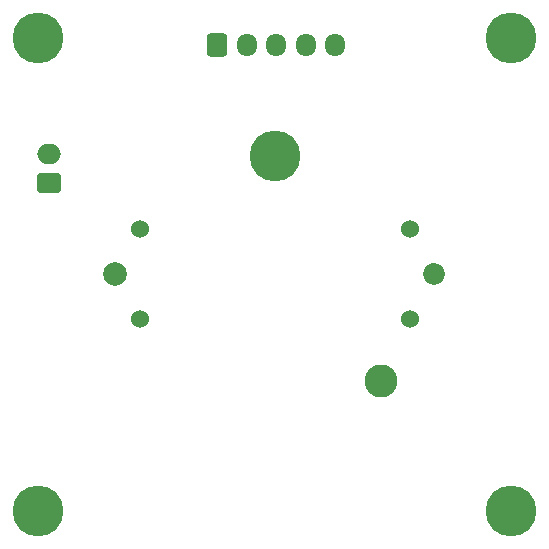
<source format=gbr>
%TF.GenerationSoftware,KiCad,Pcbnew,6.0.11+dfsg-1*%
%TF.CreationDate,2023-12-03T14:37:14-05:00*%
%TF.ProjectId,x27_controller,7832375f-636f-46e7-9472-6f6c6c65722e,rev?*%
%TF.SameCoordinates,Original*%
%TF.FileFunction,Soldermask,Top*%
%TF.FilePolarity,Negative*%
%FSLAX46Y46*%
G04 Gerber Fmt 4.6, Leading zero omitted, Abs format (unit mm)*
G04 Created by KiCad (PCBNEW 6.0.11+dfsg-1) date 2023-12-03 14:37:14*
%MOMM*%
%LPD*%
G01*
G04 APERTURE LIST*
G04 Aperture macros list*
%AMRoundRect*
0 Rectangle with rounded corners*
0 $1 Rounding radius*
0 $2 $3 $4 $5 $6 $7 $8 $9 X,Y pos of 4 corners*
0 Add a 4 corners polygon primitive as box body*
4,1,4,$2,$3,$4,$5,$6,$7,$8,$9,$2,$3,0*
0 Add four circle primitives for the rounded corners*
1,1,$1+$1,$2,$3*
1,1,$1+$1,$4,$5*
1,1,$1+$1,$6,$7*
1,1,$1+$1,$8,$9*
0 Add four rect primitives between the rounded corners*
20,1,$1+$1,$2,$3,$4,$5,0*
20,1,$1+$1,$4,$5,$6,$7,0*
20,1,$1+$1,$6,$7,$8,$9,0*
20,1,$1+$1,$8,$9,$2,$3,0*%
G04 Aperture macros list end*
%ADD10C,1.850000*%
%ADD11C,4.300000*%
%ADD12C,2.800000*%
%ADD13C,2.000000*%
%ADD14C,1.524000*%
%ADD15RoundRect,0.250000X-0.600000X-0.725000X0.600000X-0.725000X0.600000X0.725000X-0.600000X0.725000X0*%
%ADD16O,1.700000X1.950000*%
%ADD17RoundRect,0.250000X0.750000X-0.600000X0.750000X0.600000X-0.750000X0.600000X-0.750000X-0.600000X0*%
%ADD18O,2.000000X1.700000*%
G04 APERTURE END LIST*
D10*
%TO.C,M1*%
X138500000Y-75000000D03*
D11*
X125000000Y-65000000D03*
D12*
X134000000Y-84000000D03*
D13*
X111500000Y-75000000D03*
D14*
X136430000Y-71190000D03*
X136430000Y-78810000D03*
X113570000Y-78810000D03*
X113570000Y-71190000D03*
%TD*%
D11*
%TO.C,REF\u002A\u002A*%
X105000000Y-55000000D03*
%TD*%
%TO.C,REF\u002A\u002A*%
X145000000Y-55000000D03*
%TD*%
%TO.C,REF\u002A\u002A*%
X105000000Y-95000000D03*
%TD*%
%TO.C,REF\u002A\u002A*%
X145000000Y-95000000D03*
%TD*%
D15*
%TO.C,J1*%
X120142000Y-55626000D03*
D16*
X122642000Y-55626000D03*
X125142000Y-55626000D03*
X127642000Y-55626000D03*
X130142000Y-55626000D03*
%TD*%
D17*
%TO.C,J2*%
X105918000Y-67310000D03*
D18*
X105918000Y-64810000D03*
%TD*%
M02*

</source>
